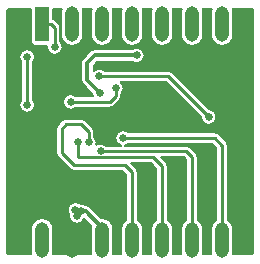
<source format=gbl>
G04 Layer: BottomLayer*
G04 EasyEDA Pro v1.9.26, 2022-12-23 16:49:17*
G04 Gerber Generator version 0.3*
G04 Scale: 100 percent, Rotated: No, Reflected: No*
G04 Dimensions in millimeters*
G04 Leading zeros omitted, absolute positions, 3 integers and 3 decimals*
%FSLAX33Y33*%
%MOMM*%
%ADD999C,0.2032*%
%ADD10R,1.2X2.999999*%
%ADD11O,1.2X2.999999*%
%ADD12C,0.635*%
%ADD13C,0.25*%
%ADD14C,0.2576*%
%ADD15C,0.254*%
%ADD16C,0.3556*%
G75*


G04 Copper Start*
G36*
G01X1827Y-20388D02*
G02X1755Y-20316I0J72D01*
G01Y324D01*
G02X1827Y396I72J0D01*
G01X3741D01*
G01Y-2389D01*
G03X4099Y-2747I358J0D01*
G01X5092D01*
G03X5086Y-2841I669J-93D01*
G03X5762Y-3516I676J0D01*
G03X6437Y-2841I0J676D01*
G03X6245Y-2368I-676J0D01*
G01Y-1190D01*
G03X6103Y-848I-483J0D01*
G01X5803Y-547D01*
G03X5657Y-447I-342J-342D01*
G01Y396D01*
G01X6362D01*
G03X6281Y11I877J-385D01*
G01Y-1789D01*
G03X7239Y-2747I958J0D01*
G03X8197Y-1789I0J958D01*
G01Y11D01*
G03X8116Y396I-958J0D01*
G01X8902D01*
G03X8821Y11I877J-385D01*
G01Y-1789D01*
G03X9779Y-2747I958J0D01*
G03X10737Y-1789I0J958D01*
G01Y11D01*
G03X10656Y396I-958J0D01*
G01X11442D01*
G03X11361Y11I877J-385D01*
G01Y-1789D01*
G03X12319Y-2747I958J0D01*
G03X13277Y-1789I0J958D01*
G01Y11D01*
G03X13196Y396I-958J0D01*
G01X13982D01*
G03X13901Y11I877J-385D01*
G01Y-1789D01*
G03X14859Y-2747I958J0D01*
G03X15817Y-1789I0J958D01*
G01Y11D01*
G03X15736Y396I-958J0D01*
G01X16522D01*
G03X16441Y11I877J-385D01*
G01Y-1789D01*
G03X17399Y-2747I958J0D01*
G03X18357Y-1789I0J958D01*
G01Y11D01*
G03X18276Y396I-958J0D01*
G01X19062D01*
G03X18981Y11I877J-385D01*
G01Y-1789D01*
G03X19939Y-2747I958J0D01*
G03X20897Y-1789I0J958D01*
G01Y11D01*
G03X20816Y396I-958J0D01*
G01X22467D01*
G02X22539Y324I0J-72D01*
G01Y-20316D01*
G02X22467Y-20388I-72J0D01*
G01X20845D01*
G03X20897Y-20077I-906J311D01*
G01Y-18277D01*
G03X20424Y-17451I-958J0D01*
G01Y-11180D01*
G03X20282Y-10837I-485J0D01*
G01X19643Y-10198D01*
G03X19300Y-10056I-343J-343D01*
G01X12027D01*
G03X11557Y-9865I-470J-485D01*
G03X10881Y-10541I0J-676D01*
G03X11403Y-11199I676J0D01*
G01X10122D01*
G03X9652Y-11008I-470J-485D01*
G03X9282Y-11118I0J-676D01*
G03X9312Y-10922I-646J196D01*
G03X9121Y-10452I-676J0D01*
G01Y-10033D01*
G03X8979Y-9690I-485J0D01*
G01X8344Y-9055D01*
G03X8001Y-8913I-343J-343D01*
G01X6731D01*
G03X6388Y-9055I0J-485D01*
G01X6007Y-9436D01*
G03X5865Y-9779I343J-343D01*
G01Y-11811D01*
G03X6007Y-12154I485J0D01*
G01X7023Y-13170D01*
G03X7366Y-13312I343J343D01*
G01X11483D01*
G01X11834Y-13663D01*
G01Y-17451D01*
G03X11361Y-18277I485J-826D01*
G01Y-20077D01*
G03X11413Y-20388I958J0D01*
G01X10685D01*
G03X10737Y-20077I-906J311D01*
G01Y-18277D01*
G03X9779Y-17319I-958J0D01*
G03X9698Y-17322I0J-958D01*
G01X8761Y-16385D01*
G03X8414Y-16229I-379J-379D01*
G03X8001Y-16088I-413J-535D01*
G03X7921Y-16093I0J-676D01*
G03X7517Y-15959I-404J-541D01*
G03X6841Y-16635I0J-676D01*
G03X6957Y-17014I676J0D01*
G03X6944Y-17145I663J-131D01*
G03X7620Y-17821I676J0D01*
G03X8249Y-17393I0J676D01*
G01X8252Y-17391D01*
G01X8861Y-18001D01*
G03X8821Y-18277I918J-276D01*
G01Y-20077D01*
G03X8873Y-20388I958J0D01*
G01X5605D01*
G03X5657Y-20077I-906J311D01*
G01Y-18277D01*
G03X4699Y-17319I-958J0D01*
G03X3741Y-18277I0J-958D01*
G01Y-20077D01*
G03X3793Y-20388I958J0D01*
G01X1827D01*
G37*
%LPC*%
G36*
G01X18796Y-9439D02*
G03X19472Y-8763I0J676D01*
G03X18807Y-8087I-676J0D01*
G01X15710Y-4991D01*
G03X15367Y-4849I-343J-343D01*
G01X9995D01*
G03X9525Y-4658I-470J-485D01*
G03X9045Y-4859I0J-676D01*
G01Y-4413D01*
G01X9366Y-4092D01*
G01X12289D01*
G03X12700Y-4232I411J536D01*
G03X13376Y-3556I0J676D01*
G03X12700Y-2880I-676J0D01*
G03X12289Y-3020I0J-676D01*
G01X9144D01*
G03X8765Y-3177I0J-536D01*
G01X8130Y-3812D01*
G03X7973Y-4191I379J-379D01*
G01Y-5609D01*
G03X8130Y-5988I536J0D01*
G01X8920Y-6778D01*
G03X8993Y-7008I670J88D01*
G01X7582D01*
G03X7112Y-6817I-470J-485D01*
G03X6436Y-7493I0J-676D01*
G03X7112Y-8169I676J0D01*
G03X7582Y-7978I0J676D01*
G01X10414D01*
G03X10757Y-7836I0J485D01*
G01X11265Y-7328D01*
G03X11407Y-6985I-343J343D01*
G01Y-6820D01*
G03X11598Y-6350I-485J470D01*
G03X11340Y-5819I-676J0D01*
G01X15166D01*
G01X18120Y-8774D01*
G03X18796Y-9439I676J11D01*
G37*
G36*
G01X2753Y-7747D02*
G03X3429Y-8423I676J0D01*
G03X4105Y-7747I0J676D01*
G03X3914Y-7277I-676J0D01*
G01Y-4153D01*
G03X4105Y-3683I-485J470D01*
G03X3429Y-3007I-676J0D01*
G03X2753Y-3683I0J-676D01*
G03X2944Y-4153I676J0D01*
G01Y-7277D01*
G03X2753Y-7747I485J-470D01*
G37*
%LPD*%
G36*
G01X18305Y-20388D02*
G03X18357Y-20077I-906J311D01*
G01Y-18277D01*
G03X17884Y-17451I-958J0D01*
G01Y-12192D01*
G03X17742Y-11849I-485J0D01*
G01X17234Y-11341D01*
G03X16891Y-11199I-343J-343D01*
G01X11711D01*
G03X12027Y-11026I-154J658D01*
G01X19099D01*
G01X19454Y-11381D01*
G01Y-17451D01*
G03X18981Y-18277I485J-826D01*
G01Y-20077D01*
G03X19033Y-20388I958J0D01*
G01X18305D01*
G37*
G36*
G01X13225Y-20388D02*
G03X13277Y-20077I-906J311D01*
G01Y-18277D01*
G03X12804Y-17451I-958J0D01*
G01Y-13462D01*
G03X12662Y-13119I-485J0D01*
G01X12220Y-12677D01*
G01X13896D01*
G01X14374Y-13155D01*
G01Y-17451D01*
G03X13901Y-18277I485J-826D01*
G01Y-20077D01*
G03X13953Y-20388I958J0D01*
G01X13225D01*
G37*
G36*
G01X16441Y-20077D02*
G03X16493Y-20388I958J0D01*
G01X15765D01*
G03X15817Y-20077I-906J311D01*
G01Y-18277D01*
G03X15344Y-17451I-958J0D01*
G01Y-12954D01*
G03X15202Y-12611I-485J0D01*
G01X14760Y-12169D01*
G01X16690D01*
G01X16914Y-12393D01*
G01Y-17451D01*
G03X16441Y-18277I485J-826D01*
G01Y-20077D01*
G37*
G54D999*
G01X1827Y-20388D02*
G02X1755Y-20316I0J72D01*
G01Y324D01*
G02X1827Y396I72J0D01*
G01X3741D01*
G01Y-2389D01*
G03X4099Y-2747I358J0D01*
G01X5092D01*
G03X5086Y-2841I669J-93D01*
G03X5762Y-3516I676J0D01*
G03X6437Y-2841I0J676D01*
G03X6245Y-2368I-676J0D01*
G01Y-1190D01*
G03X6103Y-848I-483J0D01*
G01X5803Y-547D01*
G03X5657Y-447I-342J-342D01*
G01Y396D01*
G01X6362D01*
G03X6281Y11I877J-385D01*
G01Y-1789D01*
G03X7239Y-2747I958J0D01*
G03X8197Y-1789I0J958D01*
G01Y11D01*
G03X8116Y396I-958J0D01*
G01X8902D01*
G03X8821Y11I877J-385D01*
G01Y-1789D01*
G03X9779Y-2747I958J0D01*
G03X10737Y-1789I0J958D01*
G01Y11D01*
G03X10656Y396I-958J0D01*
G01X11442D01*
G03X11361Y11I877J-385D01*
G01Y-1789D01*
G03X12319Y-2747I958J0D01*
G03X13277Y-1789I0J958D01*
G01Y11D01*
G03X13196Y396I-958J0D01*
G01X13982D01*
G03X13901Y11I877J-385D01*
G01Y-1789D01*
G03X14859Y-2747I958J0D01*
G03X15817Y-1789I0J958D01*
G01Y11D01*
G03X15736Y396I-958J0D01*
G01X16522D01*
G03X16441Y11I877J-385D01*
G01Y-1789D01*
G03X17399Y-2747I958J0D01*
G03X18357Y-1789I0J958D01*
G01Y11D01*
G03X18276Y396I-958J0D01*
G01X19062D01*
G03X18981Y11I877J-385D01*
G01Y-1789D01*
G03X19939Y-2747I958J0D01*
G03X20897Y-1789I0J958D01*
G01Y11D01*
G03X20816Y396I-958J0D01*
G01X22467D01*
G02X22539Y324I0J-72D01*
G01Y-20316D01*
G02X22467Y-20388I-72J0D01*
G01X20845D01*
G03X20897Y-20077I-906J311D01*
G01Y-18277D01*
G03X20424Y-17451I-958J0D01*
G01Y-11180D01*
G03X20282Y-10837I-485J0D01*
G01X19643Y-10198D01*
G03X19300Y-10056I-343J-343D01*
G01X12027D01*
G03X11557Y-9865I-470J-485D01*
G03X10881Y-10541I0J-676D01*
G03X11403Y-11199I676J0D01*
G01X10122D01*
G03X9652Y-11008I-470J-485D01*
G03X9282Y-11118I0J-676D01*
G03X9312Y-10922I-646J196D01*
G03X9121Y-10452I-676J0D01*
G01Y-10033D01*
G03X8979Y-9690I-485J0D01*
G01X8344Y-9055D01*
G03X8001Y-8913I-343J-343D01*
G01X6731D01*
G03X6388Y-9055I0J-485D01*
G01X6007Y-9436D01*
G03X5865Y-9779I343J-343D01*
G01Y-11811D01*
G03X6007Y-12154I485J0D01*
G01X7023Y-13170D01*
G03X7366Y-13312I343J343D01*
G01X11483D01*
G01X11834Y-13663D01*
G01Y-17451D01*
G03X11361Y-18277I485J-826D01*
G01Y-20077D01*
G03X11413Y-20388I958J0D01*
G01X10685D01*
G03X10737Y-20077I-906J311D01*
G01Y-18277D01*
G03X9779Y-17319I-958J0D01*
G03X9698Y-17322I0J-958D01*
G01X8761Y-16385D01*
G03X8414Y-16229I-379J-379D01*
G03X8001Y-16088I-413J-535D01*
G03X7921Y-16093I0J-676D01*
G03X7517Y-15959I-404J-541D01*
G03X6841Y-16635I0J-676D01*
G03X6957Y-17014I676J0D01*
G03X6944Y-17145I663J-131D01*
G03X7620Y-17821I676J0D01*
G03X8249Y-17393I0J676D01*
G01X8252Y-17391D01*
G01X8861Y-18001D01*
G03X8821Y-18277I918J-276D01*
G01Y-20077D01*
G03X8873Y-20388I958J0D01*
G01X5605D01*
G03X5657Y-20077I-906J311D01*
G01Y-18277D01*
G03X4699Y-17319I-958J0D01*
G03X3741Y-18277I0J-958D01*
G01Y-20077D01*
G03X3793Y-20388I958J0D01*
G01X1827D01*
G01X18796Y-9439D02*
G03X19472Y-8763I0J676D01*
G03X18807Y-8087I-676J0D01*
G01X15710Y-4991D01*
G03X15367Y-4849I-343J-343D01*
G01X9995D01*
G03X9525Y-4658I-470J-485D01*
G03X9045Y-4859I0J-676D01*
G01Y-4413D01*
G01X9366Y-4092D01*
G01X12289D01*
G03X12700Y-4232I411J536D01*
G03X13376Y-3556I0J676D01*
G03X12700Y-2880I-676J0D01*
G03X12289Y-3020I0J-676D01*
G01X9144D01*
G03X8765Y-3177I0J-536D01*
G01X8130Y-3812D01*
G03X7973Y-4191I379J-379D01*
G01Y-5609D01*
G03X8130Y-5988I536J0D01*
G01X8920Y-6778D01*
G03X8993Y-7008I670J88D01*
G01X7582D01*
G03X7112Y-6817I-470J-485D01*
G03X6436Y-7493I0J-676D01*
G03X7112Y-8169I676J0D01*
G03X7582Y-7978I0J676D01*
G01X10414D01*
G03X10757Y-7836I0J485D01*
G01X11265Y-7328D01*
G03X11407Y-6985I-343J343D01*
G01Y-6820D01*
G03X11598Y-6350I-485J470D01*
G03X11340Y-5819I-676J0D01*
G01X15166D01*
G01X18120Y-8774D01*
G03X18796Y-9439I676J11D01*
G01X2753Y-7747D02*
G03X3429Y-8423I676J0D01*
G03X4105Y-7747I0J676D01*
G03X3914Y-7277I-676J0D01*
G01Y-4153D01*
G03X4105Y-3683I-485J470D01*
G03X3429Y-3007I-676J0D01*
G03X2753Y-3683I0J-676D01*
G03X2944Y-4153I676J0D01*
G01Y-7277D01*
G03X2753Y-7747I485J-470D01*
G01X18305Y-20388D02*
G03X18357Y-20077I-906J311D01*
G01Y-18277D01*
G03X17884Y-17451I-958J0D01*
G01Y-12192D01*
G03X17742Y-11849I-485J0D01*
G01X17234Y-11341D01*
G03X16891Y-11199I-343J-343D01*
G01X11711D01*
G03X12027Y-11026I-154J658D01*
G01X19099D01*
G01X19454Y-11381D01*
G01Y-17451D01*
G03X18981Y-18277I485J-826D01*
G01Y-20077D01*
G03X19033Y-20388I958J0D01*
G01X18305D01*
G01X13225Y-20388D02*
G03X13277Y-20077I-906J311D01*
G01Y-18277D01*
G03X12804Y-17451I-958J0D01*
G01Y-13462D01*
G03X12662Y-13119I-485J0D01*
G01X12220Y-12677D01*
G01X13896D01*
G01X14374Y-13155D01*
G01Y-17451D01*
G03X13901Y-18277I485J-826D01*
G01Y-20077D01*
G03X13953Y-20388I958J0D01*
G01X13225D01*
G01X16441Y-20077D02*
G03X16493Y-20388I958J0D01*
G01X15765D01*
G03X15817Y-20077I-906J311D01*
G01Y-18277D01*
G03X15344Y-17451I-958J0D01*
G01Y-12954D01*
G03X15202Y-12611I-485J0D01*
G01X14760Y-12169D01*
G01X16690D01*
G01X16914Y-12393D01*
G01Y-17451D01*
G03X16441Y-18277I485J-826D01*
G01Y-20077D01*
G04 Copper End*

G04 Pad Start*
G54D10*
G01X4699Y-889D03*
G54D11*
G01X9779Y-889D03*
G01X12319Y-889D03*
G01X14859Y-889D03*
G01X17399Y-889D03*
G01X19939Y-889D03*
G01X7239Y-889D03*
G01X19939Y-19177D03*
G01X17399Y-19177D03*
G01X14859Y-19177D03*
G01X12319Y-19177D03*
G01X9779Y-19177D03*
G01X7239Y-19177D03*
G01X4699Y-19177D03*
G04 Pad End*

G04 Via Start*
G54D12*
G01X5762Y-2841D03*
G01X8001Y-16764D03*
G01X3429Y-7747D03*
G01X3429Y-3683D03*
G01X9525Y-5334D03*
G01X18796Y-8763D03*
G01X11557Y-10541D03*
G01X9652Y-11684D03*
G01X7747Y-10922D03*
G01X8636Y-10922D03*
G01X13462Y-9779D03*
G01X7112Y-7493D03*
G01X9590Y-6690D03*
G01X12700Y-3556D03*
G01X10922Y-6350D03*
G01X3175Y0D03*
G01X2286Y-4064D03*
G01X10033Y-8255D03*
G01X11303Y-17145D03*
G01X2159Y-19939D03*
G01X3302Y-18796D03*
G01X4191Y-17145D03*
G01X3302Y-19939D03*
G01X11049Y-19939D03*
G01X10414Y-16891D03*
G01X16256Y-12954D03*
G01X18796Y-12954D03*
G01X18796Y-14986D03*
G01X16256Y-14986D03*
G01X21463Y-1778D03*
G01X20193Y-3302D03*
G01X21463Y-4445D03*
G01X4953Y-3683D03*
G01X4953Y-4191D03*
G01X4064Y-13843D03*
G01X13970Y-16510D03*
G01X16129Y-18034D03*
G01X18669Y-17907D03*
G01X21463Y-19812D03*
G01X21463Y0D03*
G01X21463Y-3048D03*
G01X4191Y-11684D03*
G01X5588Y-10795D03*
G01X7517Y-16635D03*
G01X7620Y-17145D03*
G01X4826Y-16129D03*
G04 Via End*

G04 Track Start*
G54D13*
G01X4699Y-889D02*
G01X5461Y-889D01*
G01X5762Y-1190D01*
G01Y-2841D01*
G54D15*
G01X3429Y-7747D02*
G01X3429Y-3683D01*
G01X15367Y-5334D02*
G01X9525Y-5334D01*
G01X18796Y-8763D02*
G01X15367Y-5334D01*
G01X14859Y-19177D02*
G01X14859Y-12954D01*
G01X7747Y-10922D02*
G01X7747Y-12192D01*
G01X12319Y-19177D02*
G01X12319Y-13462D01*
G01X11684Y-12827D01*
G01X7366D01*
G01X6350Y-11811D01*
G01X19300Y-10541D02*
G01X19939Y-11180D01*
G01X19939Y-19177D02*
G01X19939Y-11180D01*
G01X11557Y-10541D02*
G01X19300Y-10541D01*
G54D16*
G01X12700Y-3556D02*
G01X9144Y-3556D01*
G01X9590Y-6690D02*
G01X8509Y-5609D01*
G01Y-4191D01*
G01X9144Y-3556D01*
G54D15*
G01X8636Y-10922D02*
G01X8636Y-10033D01*
G01X8001Y-9398D01*
G01X6731D01*
G01X6350Y-9779D01*
G01Y-11811D01*
G01X10922Y-6350D02*
G01X10922Y-6985D01*
G01X10414Y-7493D01*
G01X7112D01*
G54D16*
G01X9779Y-19177D02*
G01X9779Y-18161D01*
G54D15*
G01X9652Y-11684D02*
G01X16891Y-11684D01*
G01X17399Y-12192D01*
G01Y-19177D01*
G01X14859Y-12954D02*
G01X14097Y-12192D01*
G01X7747Y-12192D02*
G01X14097Y-12192D01*
G54D16*
G01X8001Y-16764D02*
G01X8382Y-16764D01*
G01X9779Y-18161D01*
G04 Track End*

M02*

</source>
